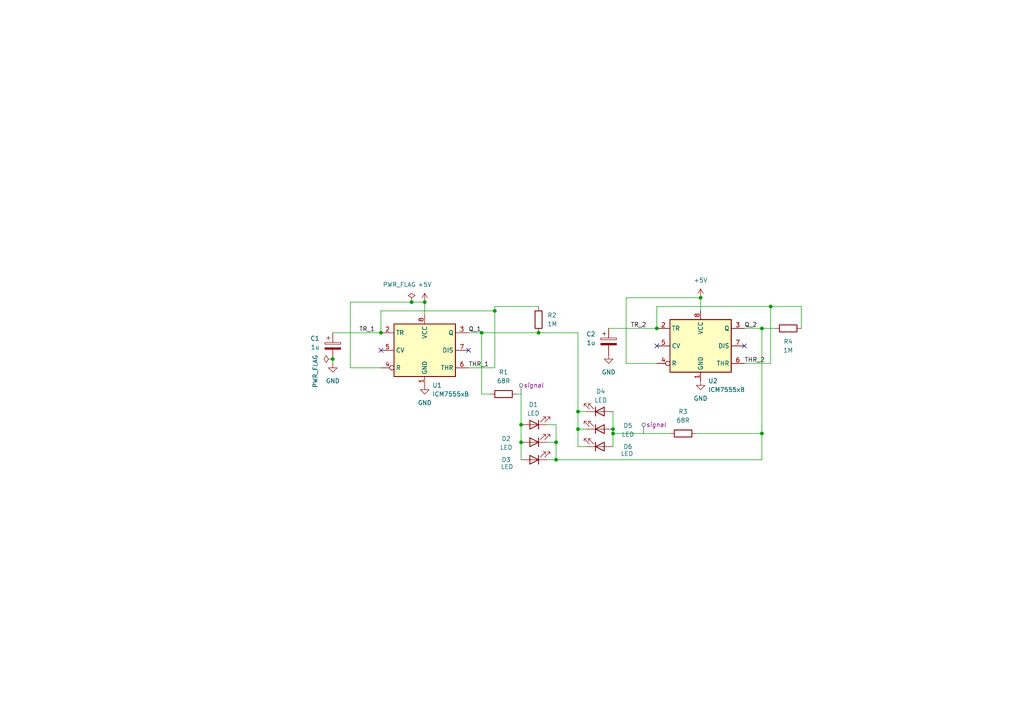
<source format=kicad_sch>
(kicad_sch (version 20231120) (generator "eeschema") (generator_version "8.0")
  (paper "A4")
  (lib_symbols
    (symbol "Device:C_Polarized" (pin_numbers hide) (pin_names (offset 0.254))
      (property "Reference" "C" (at 0.635 2.54 0))
      (property "Value" "C_Polarized" (at 0.635 -2.54 0))
      (symbol "C_Polarized_0_1"
        (rectangle (start -2.286 0.508) (end 2.286 1.016))
        (polyline (pts (xy -1.778 2.286) (xy -0.762 2.286)))
        (polyline (pts (xy -1.27 2.794) (xy -1.27 1.778)))
        (rectangle (start 2.286 -0.508) (end -2.286 -1.016) (fill (type outline)))
      )
      (symbol "C_Polarized_1_1"
        (pin passive line (at 0 3.81 270) (length 2.794) (name "~") (number "1"))
        (pin passive line (at 0 -3.81 90) (length 2.794) (name "~") (number "2"))
      )
    )
    (symbol "Device:LED" (pin_numbers hide) (pin_names (offset 1.016) hide)
      (property "Reference" "D" (at 0 2.54 0))
      (property "Value" "LED" (at 0 -2.54 0))
      (symbol "LED_0_1"
        (polyline (pts (xy -1.27 -1.27) (xy -1.27 1.27)) (stroke (width 0.254)))
        (polyline (pts (xy -1.27 0) (xy 1.27 0)))
        (polyline (pts (xy 1.27 -1.27) (xy 1.27 1.27) (xy -1.27 0) (xy 1.27 -1.27)) (stroke (width 0.254)))
        (polyline (pts (xy -3.048 -0.762) (xy -4.572 -2.286) (xy -3.81 -2.286) (xy -4.572 -2.286) (xy -4.572 -1.524)))
        (polyline (pts (xy -1.778 -0.762) (xy -3.302 -2.286) (xy -2.54 -2.286) (xy -3.302 -2.286) (xy -3.302 -1.524)))
      )
      (symbol "LED_1_1"
        (pin passive line (at -3.81 0 0) (length 2.54) (name "K") (number "1"))
        (pin passive line (at 3.81 0 180) (length 2.54) (name "A") (number "2"))
      )
    )
    (symbol "Device:R" (pin_numbers hide) (pin_names (offset 0))
      (property "Reference" "R" (at 2.032 0 90))
      (property "Value" "R" (at 0 0 90))
      (symbol "R_0_1"
        (rectangle (start -1.016 -2.54) (end 1.016 2.54) (stroke (width 0.254)))
      )
      (symbol "R_1_1"
        (pin passive line (at 0 3.81 270) (length 1.27) (name "~") (number "1"))
        (pin passive line (at 0 -3.81 90) (length 1.27) (name "~") (number "2"))
      )
    )
    (symbol "Timer:ICM7555xB"
      (property "Reference" "U" (at -10.16 8.89 0))
      (property "Value" "ICM7555xB" (at 2.54 8.89 0))
      (symbol "ICM7555xB_0_0"
        (pin power_in line (at 0 -10.16 90) (length 2.54) (name "GND") (number "1"))
        (pin power_in line (at 0 10.16 270) (length 2.54) (name "VCC") (number "8"))
      )
      (symbol "ICM7555xB_0_1"
        (rectangle (start -8.89 -7.62) (end 8.89 7.62) (stroke (width 0.254)) (fill (type background)))
        (rectangle (start -8.89 -7.62) (end 8.89 7.62) (stroke (width 0.254)) (fill (type background)))
      )
      (symbol "ICM7555xB_1_1"
        (pin input line (at -12.7 5.08 0) (length 3.81) (name "TR") (number "2"))
        (pin output line (at 12.7 5.08 180) (length 3.81) (name "Q") (number "3"))
        (pin input inverted (at -12.7 -5.08 0) (length 3.81) (name "R") (number "4"))
        (pin input line (at -12.7 0 0) (length 3.81) (name "CV") (number "5"))
        (pin input line (at 12.7 -5.08 180) (length 3.81) (name "THR") (number "6"))
        (pin input line (at 12.7 0 180) (length 3.81) (name "DIS") (number "7"))
      )
    )
    (symbol "power:+5V" (power) (pin_numbers hide) (pin_names (offset 0) hide)
      (property "Value" "+5V" (at 0 3.556 0))
      (symbol "+5V_0_1"
        (polyline (pts (xy -0.762 1.27) (xy 0 2.54)))
        (polyline (pts (xy 0 0) (xy 0 2.54)))
        (polyline (pts (xy 0 2.54) (xy 0.762 1.27)))
      )
      (symbol "+5V_1_1"
        (pin power_in line (at 0 0 90) (length 0) (name "~") (number "1"))
      )
    )
    (symbol "power:GND" (power) (pin_numbers hide) (pin_names (offset 0) hide)
      (property "Value" "GND" (at 0 -3.81 0))
      (symbol "GND_0_1"
        (polyline (pts (xy 0 0) (xy 0 -1.27) (xy 1.27 -1.27) (xy 0 -2.54) (xy -1.27 -1.27) (xy 0 -1.27)))
      )
      (symbol "GND_1_1"
        (pin power_in line (at 0 0 270) (length 0) (name "~") (number "1"))
      )
    )
    (symbol "power:PWR_FLAG" (power) (pin_numbers hide) (pin_names (offset 0) hide)
      (property "Value" "PWR_FLAG" (at 0 3.81 0))
      (symbol "PWR_FLAG_0_0"
        (pin power_out line (at 0 0 90) (length 0) (name "~") (number "1"))
      )
      (symbol "PWR_FLAG_0_1"
        (polyline (pts (xy 0 0) (xy 0 1.27) (xy -1.016 1.905) (xy 0 2.54) (xy 1.016 1.905) (xy 0 1.27)))
      )
    )
  )
  (junction (at 177.8 125.73))
  (junction (at 96.52 104.14))
  (junction (at 223.52 88.9))
  (junction (at 190.5 95.25))
  (junction (at 151.13 128.27))
  (junction (at 119.38 87.63))
  (junction (at 123.19 87.63))
  (junction (at 220.98 125.73))
  (junction (at 139.7 96.52))
  (junction (at 151.13 123.19))
  (junction (at 167.64 124.46))
  (junction (at 161.29 128.27))
  (junction (at 177.8 124.46))
  (junction (at 167.64 119.38))
  (junction (at 143.51 90.17))
  (junction (at 203.2 86.36))
  (junction (at 161.29 133.35))
  (junction (at 220.98 95.25))
  (junction (at 156.21 96.52))
  (junction (at 110.49 96.52))
  (no_connect (at 190.5 100.33))
  (no_connect (at 215.9 100.33))
  (no_connect (at 110.49 101.6))
  (no_connect (at 135.89 101.6))
  (wire (pts (xy 123.19 87.63) (xy 123.19 91.44)))
  (wire (pts (xy 177.8 125.73) (xy 177.8 129.54)))
  (wire (pts (xy 151.13 123.19) (xy 151.13 128.27)))
  (wire (pts (xy 220.98 133.35) (xy 220.98 125.73)))
  (wire (pts (xy 177.8 119.38) (xy 177.8 124.46)))
  (wire (pts (xy 110.49 90.17) (xy 110.49 96.52)))
  (wire (pts (xy 143.51 88.9) (xy 143.51 90.17)))
  (wire (pts (xy 215.9 105.41) (xy 223.52 105.41)))
  (wire (pts (xy 96.52 96.52) (xy 110.49 96.52)))
  (wire (pts (xy 167.64 96.52) (xy 156.21 96.52)))
  (wire (pts (xy 232.41 88.9) (xy 223.52 88.9)))
  (wire (pts (xy 156.21 88.9) (xy 143.51 88.9)))
  (wire (pts (xy 161.29 133.35) (xy 220.98 133.35)))
  (wire (pts (xy 161.29 128.27) (xy 161.29 133.35)))
  (wire (pts (xy 139.7 96.52) (xy 139.7 114.3)))
  (wire (pts (xy 190.5 105.41) (xy 181.61 105.41)))
  (wire (pts (xy 135.89 96.52) (xy 139.7 96.52)))
  (wire (pts (xy 170.18 129.54) (xy 167.64 129.54)))
  (wire (pts (xy 167.64 119.38) (xy 167.64 96.52)))
  (wire (pts (xy 201.93 125.73) (xy 220.98 125.73)))
  (wire (pts (xy 161.29 128.27) (xy 158.75 128.27)))
  (wire (pts (xy 181.61 86.36) (xy 203.2 86.36)))
  (wire (pts (xy 119.38 87.63) (xy 123.19 87.63)))
  (wire (pts (xy 158.75 123.19) (xy 161.29 123.19)))
  (wire (pts (xy 167.64 119.38) (xy 167.64 124.46)))
  (wire (pts (xy 135.89 106.68) (xy 143.51 106.68)))
  (wire (pts (xy 143.51 106.68) (xy 143.51 90.17)))
  (wire (pts (xy 167.64 124.46) (xy 167.64 129.54)))
  (wire (pts (xy 149.86 114.3) (xy 151.13 114.3)))
  (wire (pts (xy 143.51 90.17) (xy 110.49 90.17)))
  (wire (pts (xy 110.49 106.68) (xy 101.6 106.68)))
  (wire (pts (xy 194.31 125.73) (xy 177.8 125.73)))
  (wire (pts (xy 139.7 114.3) (xy 142.24 114.3)))
  (wire (pts (xy 96.52 105.41) (xy 96.52 104.14)))
  (wire (pts (xy 101.6 106.68) (xy 101.6 87.63)))
  (wire (pts (xy 223.52 88.9) (xy 190.5 88.9)))
  (wire (pts (xy 151.13 114.3) (xy 151.13 123.19)))
  (wire (pts (xy 158.75 133.35) (xy 161.29 133.35)))
  (wire (pts (xy 161.29 123.19) (xy 161.29 128.27)))
  (wire (pts (xy 232.41 95.25) (xy 232.41 88.9)))
  (wire (pts (xy 151.13 128.27) (xy 151.13 133.35)))
  (wire (pts (xy 215.9 95.25) (xy 220.98 95.25)))
  (wire (pts (xy 167.64 124.46) (xy 170.18 124.46)))
  (wire (pts (xy 220.98 125.73) (xy 220.98 95.25)))
  (wire (pts (xy 181.61 105.41) (xy 181.61 86.36)))
  (wire (pts (xy 176.53 95.25) (xy 190.5 95.25)))
  (wire (pts (xy 223.52 105.41) (xy 223.52 88.9)))
  (wire (pts (xy 177.8 124.46) (xy 177.8 125.73)))
  (wire (pts (xy 101.6 87.63) (xy 119.38 87.63)))
  (wire (pts (xy 139.7 96.52) (xy 156.21 96.52)))
  (wire (pts (xy 170.18 119.38) (xy 167.64 119.38)))
  (wire (pts (xy 220.98 95.25) (xy 224.79 95.25)))
  (wire (pts (xy 203.2 86.36) (xy 203.2 90.17)))
  (wire (pts (xy 190.5 88.9) (xy 190.5 95.25)))
  (label "TR_2" (at 182.88 95.25 0))
  (label "Q_2" (at 215.9 95.25 0))
  (label "THR_1" (at 135.89 106.68 0))
  (label "THR_2" (at 215.9 105.41 0))
  (label "Q_1" (at 135.89 96.52 0))
  (label "TR_1" (at 104.14 96.52 0))
  (netclass_flag "" (length 2.54) (shape round) (at 151.13 114.3 0) (property "Netclass" "signal" (at 151.8285 111.76 0) (effects (font (italic yes)) (justify left))))
  (netclass_flag "" (length 2.54) (shape round) (at 186.69 125.73 0) (property "Netclass" "signal" (at 187.3885 123.19 0) (effects (font (italic yes)) (justify left))))
  (symbol (lib_id "Device:LED") (at 154.94 133.35 180) (unit 1)
    (property "Reference" "D3" (at 146.812 133.35 0))
    (property "Value" "LED" (at 147.066 135.382 0))
    (property "Footprint" "LED_THT:LED_D3.0mm" (effects (hide yes)))
    (property "Description" "Light emitting diode" (effects (hide yes)))
  )
  (symbol (lib_id "Device:R") (at 228.6 95.25 90) (unit 1)
    (property "Reference" "R4" (at 228.6 99.06 90))
    (property "Value" "1M" (at 228.6 101.6 90))
    (property "Footprint" "Resistor_THT:R_Axial_DIN0207_L6.3mm_D2.5mm_P10.16mm_Horizontal" (effects (hide yes)))
    (property "Description" "Resistor" (effects (hide yes)))
  )
  (symbol (lib_id "Timer:ICM7555xB") (at 203.2 100.33 0) (unit 1)
    (property "Reference" "U2" (at 205.3941 110.49 0) (effects (justify left)))
    (property "Value" "ICM7555xB" (at 205.3941 113.03 0) (effects (justify left)))
    (property "Footprint" "Package_SO:SOIC-8_3.9x4.9mm_P1.27mm" (effects (hide yes)))
    (property "Datasheet" "http://www.intersil.com/content/dam/Intersil/documents/icm7/icm7555-56.pdf" (effects (hide yes)))
    (property "Description" "CMOS General Purpose Timer, 555 compatible, SOIC-8" (effects (hide yes)))
  )
  (symbol (lib_id "Device:R") (at 156.21 92.71 180) (unit 1)
    (property "Reference" "R2" (at 158.75 91.4399 0) (effects (justify right)))
    (property "Value" "1M" (at 158.75 93.9799 0) (effects (justify right)))
    (property "Footprint" "Resistor_THT:R_Axial_DIN0207_L6.3mm_D2.5mm_P10.16mm_Horizontal" (effects (hide yes)))
    (property "Description" "Resistor" (effects (hide yes)))
  )
  (symbol (lib_id "Timer:ICM7555xB") (at 123.19 101.6 0) (unit 1)
    (property "Reference" "U1" (at 125.3841 111.76 0) (effects (justify left)))
    (property "Value" "ICM7555xB" (at 125.3841 114.3 0) (effects (justify left)))
    (property "Footprint" "Package_SO:SOIC-8-N7_3.9x4.9mm_P1.27mm" (effects (hide yes)))
    (property "Datasheet" "http://www.intersil.com/content/dam/Intersil/documents/icm7/icm7555-56.pdf" (effects (hide yes)))
    (property "Description" "CMOS General Purpose Timer, 555 compatible, SOIC-8" (effects (hide yes)))
  )
  (symbol (lib_id "power:+5V") (at 123.19 87.63 0) (unit 1)
    (property "Reference" "#PWR01" (effects (hide yes)))
    (property "Value" "+5V" (at 123.19 82.55 0))
    (property "Description" "Power symbol creates a global label with name \"+5V\"" (effects (hide yes)))
  )
  (symbol (lib_id "Device:C_Polarized") (at 96.52 100.33 0) (unit 1)
    (property "Reference" "C1" (at 92.71 98.1709 0) (effects (justify right)))
    (property "Value" "1u" (at 92.71 100.7109 0) (effects (justify right)))
    (property "Footprint" "Capacitor_THT:CP_Radial_D4.0mm_P1.50mm" (effects (hide yes)))
    (property "Description" "Polarized capacitor" (effects (hide yes)))
  )
  (symbol (lib_id "power:GND") (at 123.19 111.76 0) (unit 1)
    (property "Reference" "#PWR03" (effects (hide yes)))
    (property "Value" "GND" (at 123.19 116.84 0))
    (property "Description" "Power symbol creates a global label with name \"GND\" , ground" (effects (hide yes)))
  )
  (symbol (lib_id "power:PWR_FLAG") (at 119.38 87.63 0) (unit 1)
    (property "Reference" "#FLG01" (effects (hide yes)))
    (property "Value" "PWR_FLAG" (at 115.824 82.55 0))
    (property "Description" "Special symbol for telling ERC where power comes from" (effects (hide yes)))
  )
  (symbol (lib_id "Device:LED") (at 154.94 123.19 180) (unit 1)
    (property "Reference" "D1" (at 154.686 117.348 0))
    (property "Value" "LED" (at 154.686 119.888 0))
    (property "Footprint" "LED_THT:LED_D3.0mm" (effects (hide yes)))
    (property "Description" "Light emitting diode" (effects (hide yes)))
  )
  (symbol (lib_id "Device:R") (at 198.12 125.73 90) (unit 1)
    (property "Reference" "R3" (at 198.12 119.38 90))
    (property "Value" "68R" (at 198.12 121.92 90))
    (property "Footprint" "Resistor_THT:R_Axial_DIN0207_L6.3mm_D2.5mm_P10.16mm_Horizontal" (effects (hide yes)))
    (property "Description" "Resistor" (effects (hide yes)))
  )
  (symbol (lib_id "power:PWR_FLAG") (at 96.52 104.14 90) (unit 1)
    (property "Reference" "#FLG02" (effects (hide yes)))
    (property "Value" "PWR_FLAG" (at 91.44 107.696 0))
    (property "Description" "Special symbol for telling ERC where power comes from" (effects (hide yes)))
  )
  (symbol (lib_id "power:GND") (at 96.52 105.41 0) (unit 1)
    (property "Reference" "#PWR02" (effects (hide yes)))
    (property "Value" "GND" (at 96.52 110.49 0))
    (property "Description" "Power symbol creates a global label with name \"GND\" , ground" (effects (hide yes)))
  )
  (symbol (lib_id "Device:LED") (at 173.99 119.38 0) (mirror x) (unit 1)
    (property "Reference" "D4" (at 174.244 113.538 0))
    (property "Value" "LED" (at 174.244 116.078 0))
    (property "Footprint" "LED_THT:LED_D3.0mm" (effects (hide yes)))
    (property "Description" "Light emitting diode" (effects (hide yes)))
  )
  (symbol (lib_id "Device:LED") (at 154.94 128.27 180) (unit 1)
    (property "Reference" "D2" (at 146.812 127.254 0))
    (property "Value" "LED" (at 146.812 129.794 0))
    (property "Footprint" "LED_THT:LED_D3.0mm" (effects (hide yes)))
    (property "Description" "Light emitting diode" (effects (hide yes)))
  )
  (symbol (lib_id "Device:C_Polarized") (at 176.53 99.06 0) (unit 1)
    (property "Reference" "C2" (at 172.72 96.9009 0) (effects (justify right)))
    (property "Value" "1u" (at 172.72 99.4409 0) (effects (justify right)))
    (property "Footprint" "Capacitor_THT:CP_Radial_D4.0mm_P1.50mm" (effects (hide yes)))
    (property "Description" "Polarized capacitor" (effects (hide yes)))
  )
  (symbol (lib_id "Device:LED") (at 173.99 129.54 0) (mirror x) (unit 1)
    (property "Reference" "D6" (at 182.118 129.54 0))
    (property "Value" "LED" (at 181.864 131.572 0))
    (property "Footprint" "LED_THT:LED_D3.0mm" (effects (hide yes)))
    (property "Description" "Light emitting diode" (effects (hide yes)))
  )
  (symbol (lib_id "Device:R") (at 146.05 114.3 90) (unit 1)
    (property "Reference" "R1" (at 146.05 107.95 90))
    (property "Value" "68R" (at 146.05 110.49 90))
    (property "Footprint" "Resistor_THT:R_Axial_DIN0207_L6.3mm_D2.5mm_P7.62mm_Horizontal" (effects (hide yes)))
    (property "Description" "Resistor" (effects (hide yes)))
  )
  (symbol (lib_id "power:+5V") (at 203.2 86.36 0) (unit 1)
    (property "Reference" "#PWR05" (effects (hide yes)))
    (property "Value" "+5V" (at 203.2 81.28 0))
    (property "Description" "Power symbol creates a global label with name \"+5V\"" (effects (hide yes)))
  )
  (symbol (lib_id "Device:LED") (at 173.99 124.46 0) (mirror x) (unit 1)
    (property "Reference" "D5" (at 182.118 123.444 0))
    (property "Value" "LED" (at 182.118 125.984 0))
    (property "Footprint" "LED_THT:LED_D3.0mm" (effects (hide yes)))
    (property "Description" "Light emitting diode" (effects (hide yes)))
  )
  (symbol (lib_id "power:GND") (at 176.53 102.87 0) (unit 1)
    (property "Reference" "#PWR04" (effects (hide yes)))
    (property "Value" "GND" (at 176.53 107.95 0))
    (property "Description" "Power symbol creates a global label with name \"GND\" , ground" (effects (hide yes)))
  )
  (symbol (lib_id "power:GND") (at 203.2 110.49 0) (unit 1)
    (property "Reference" "#PWR06" (effects (hide yes)))
    (property "Value" "GND" (at 203.2 115.57 0))
    (property "Description" "Power symbol creates a global label with name \"GND\" , ground" (effects (hide yes)))
  )
)
</source>
